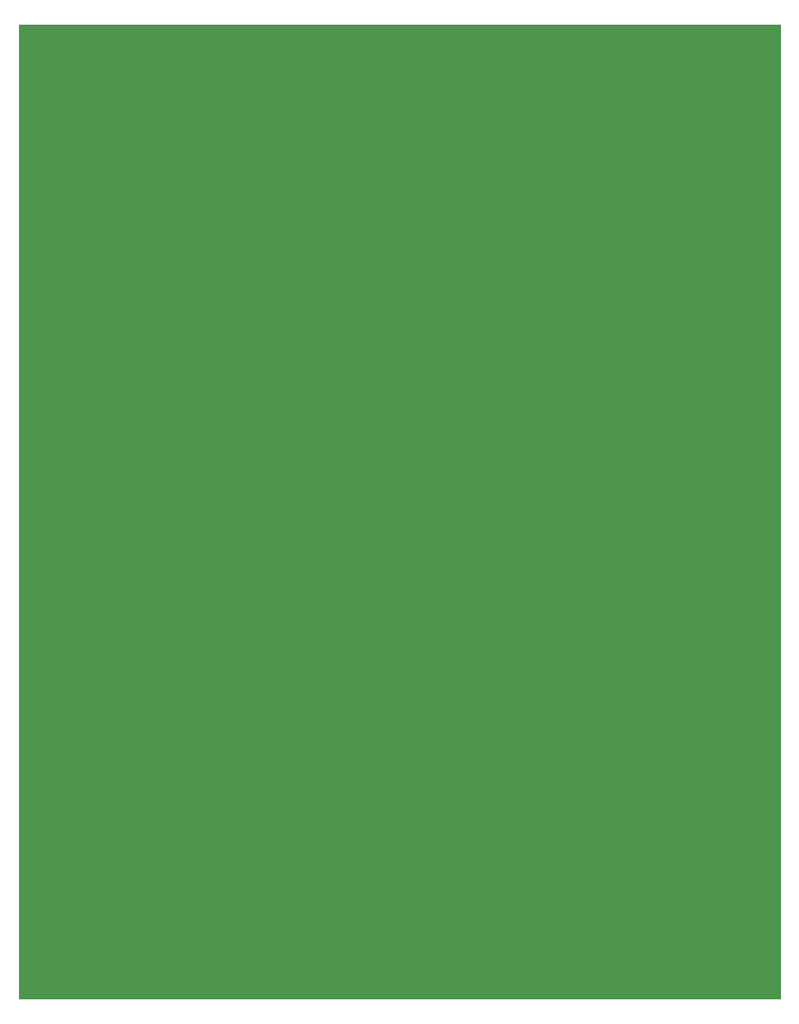
<source format=gbr>
G04 DipTrace 3.0.0.1*
G04 Board.gbr*
%MOMM*%
G04 #@! TF.FileFunction,Drawing,Board polygon*
G04 #@! TF.Part,Single*
%FSLAX35Y35*%
G04*
G71*
G90*
G75*
G01*
G04 BoardPoly*
%LPD*%
G36*
X238123Y-222250D2*
X7032623D1*
Y-8921750D1*
X238123D1*
Y-222250D1*
G37*
M02*

</source>
